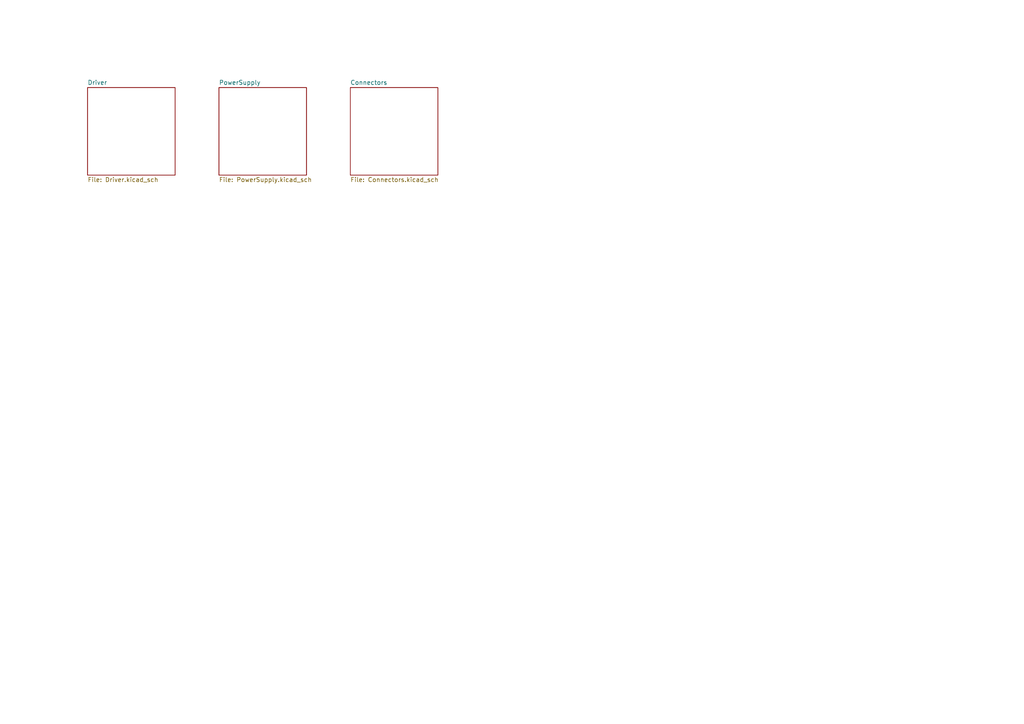
<source format=kicad_sch>
(kicad_sch
	(version 20250114)
	(generator "eeschema")
	(generator_version "9.0")
	(uuid "828a4e3e-b28a-4325-b316-e46b70892a13")
	(paper "A4")
	(title_block
		(title "IGBT Module Driver (CM600HA-24H)")
		(date "2025-02-06")
		(rev "1")
		(company "University of California, Santa Cruz")
	)
	(lib_symbols)
	(sheet
		(at 25.4 25.4)
		(size 25.4 25.4)
		(exclude_from_sim no)
		(in_bom yes)
		(on_board yes)
		(dnp no)
		(fields_autoplaced yes)
		(stroke
			(width 0.1524)
			(type solid)
		)
		(fill
			(color 0 0 0 0.0000)
		)
		(uuid "1bc976e6-b528-442f-ac6e-fc04c941083d")
		(property "Sheetname" "Driver"
			(at 25.4 24.6884 0)
			(effects
				(font
					(size 1.27 1.27)
				)
				(justify left bottom)
			)
		)
		(property "Sheetfile" "Driver.kicad_sch"
			(at 25.4 51.3846 0)
			(effects
				(font
					(size 1.27 1.27)
				)
				(justify left top)
			)
		)
		(instances
			(project "GateDriver"
				(path "/828a4e3e-b28a-4325-b316-e46b70892a13"
					(page "2")
				)
			)
		)
	)
	(sheet
		(at 63.5 25.4)
		(size 25.4 25.4)
		(exclude_from_sim no)
		(in_bom yes)
		(on_board yes)
		(dnp no)
		(fields_autoplaced yes)
		(stroke
			(width 0.1524)
			(type solid)
		)
		(fill
			(color 0 0 0 0.0000)
		)
		(uuid "9934949d-e5f2-4dda-9618-82f03ac8b763")
		(property "Sheetname" "PowerSupply"
			(at 63.5 24.6884 0)
			(effects
				(font
					(size 1.27 1.27)
				)
				(justify left bottom)
			)
		)
		(property "Sheetfile" "PowerSupply.kicad_sch"
			(at 63.5 51.3846 0)
			(effects
				(font
					(size 1.27 1.27)
				)
				(justify left top)
			)
		)
		(instances
			(project "GateDriver"
				(path "/828a4e3e-b28a-4325-b316-e46b70892a13"
					(page "4")
				)
			)
		)
	)
	(sheet
		(at 101.6 25.4)
		(size 25.4 25.4)
		(exclude_from_sim no)
		(in_bom yes)
		(on_board yes)
		(dnp no)
		(fields_autoplaced yes)
		(stroke
			(width 0.1524)
			(type solid)
		)
		(fill
			(color 0 0 0 0.0000)
		)
		(uuid "9c8152b5-518b-4c97-a5b8-de788e259de8")
		(property "Sheetname" "Connectors"
			(at 101.6 24.6884 0)
			(effects
				(font
					(size 1.27 1.27)
				)
				(justify left bottom)
			)
		)
		(property "Sheetfile" "Connectors.kicad_sch"
			(at 101.6 51.3846 0)
			(effects
				(font
					(size 1.27 1.27)
				)
				(justify left top)
			)
		)
		(property "Field2" ""
			(at 101.6 25.4 0)
			(effects
				(font
					(size 1.27 1.27)
				)
			)
		)
		(instances
			(project "GateDriver"
				(path "/828a4e3e-b28a-4325-b316-e46b70892a13"
					(page "3")
				)
			)
		)
	)
	(sheet_instances
		(path "/"
			(page "1")
		)
	)
	(embedded_fonts no)
)

</source>
